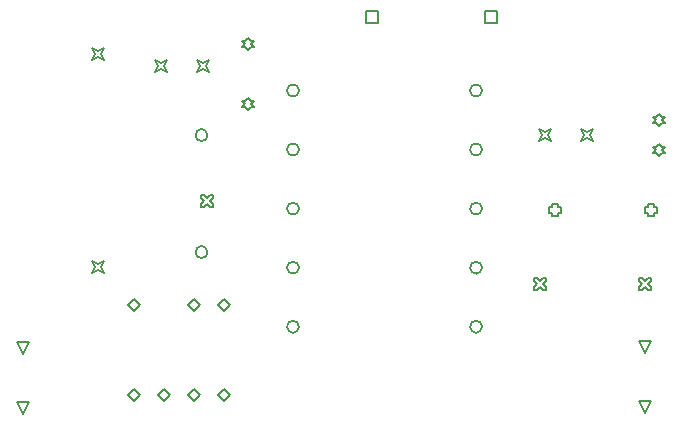
<source format=gbr>
%TF.GenerationSoftware,Altium Limited,Altium Designer,23.2.1 (34)*%
G04 Layer_Color=2752767*
%FSLAX45Y45*%
%MOMM*%
%TF.SameCoordinates,D98782AB-18DC-49D6-9FB6-03BAABF1E9A2*%
%TF.FilePolarity,Positive*%
%TF.FileFunction,Drawing*%
%TF.Part,Single*%
G01*
G75*
%TA.AperFunction,NonConductor*%
%ADD78C,0.12700*%
%ADD79C,0.16933*%
D78*
X4864100Y1981200D02*
Y1955800D01*
X4914900D01*
Y1981200D01*
X4940300D01*
Y2032000D01*
X4914900D01*
Y2057400D01*
X4864100D01*
Y2032000D01*
X4838700D01*
Y1981200D01*
X4864100D01*
X5676900D02*
Y1955800D01*
X5727700D01*
Y1981200D01*
X5753100D01*
Y2032000D01*
X5727700D01*
Y2057400D01*
X5676900D01*
Y2032000D01*
X5651500D01*
Y1981200D01*
X5676900D01*
X3289300Y3594100D02*
Y3695700D01*
X3390900D01*
Y3594100D01*
X3289300D01*
X4289300D02*
Y3695700D01*
X4390900D01*
Y3594100D01*
X4289300D01*
X4711700Y1333500D02*
X4737100D01*
X4762500Y1358900D01*
X4787900Y1333500D01*
X4813300D01*
Y1358900D01*
X4787900Y1384300D01*
X4813300Y1409700D01*
Y1435100D01*
X4787900D01*
X4762500Y1409700D01*
X4737100Y1435100D01*
X4711700D01*
Y1409700D01*
X4737100Y1384300D01*
X4711700Y1358900D01*
Y1333500D01*
X5600700D02*
X5626100D01*
X5651500Y1358900D01*
X5676900Y1333500D01*
X5702300D01*
Y1358900D01*
X5676900Y1384300D01*
X5702300Y1409700D01*
Y1435100D01*
X5676900D01*
X5651500Y1409700D01*
X5626100Y1435100D01*
X5600700D01*
Y1409700D01*
X5626100Y1384300D01*
X5600700Y1358900D01*
Y1333500D01*
X2286000Y3365500D02*
X2311400Y3390900D01*
X2336800D01*
X2311400Y3416300D01*
X2336800Y3441700D01*
X2311400D01*
X2286000Y3467100D01*
X2260600Y3441700D01*
X2235200D01*
X2260600Y3416300D01*
X2235200Y3390900D01*
X2260600D01*
X2286000Y3365500D01*
Y2857500D02*
X2311400Y2882900D01*
X2336800D01*
X2311400Y2908300D01*
X2336800Y2933700D01*
X2311400D01*
X2286000Y2959100D01*
X2260600Y2933700D01*
X2235200D01*
X2260600Y2908300D01*
X2235200Y2882900D01*
X2260600D01*
X2286000Y2857500D01*
X5651500Y292100D02*
X5600700Y393700D01*
X5702300D01*
X5651500Y292100D01*
Y800100D02*
X5600700Y901700D01*
X5702300D01*
X5651500Y800100D01*
X1270000Y1206500D02*
X1320800Y1257300D01*
X1371600Y1206500D01*
X1320800Y1155700D01*
X1270000Y1206500D01*
X1778000D02*
X1828800Y1257300D01*
X1879600Y1206500D01*
X1828800Y1155700D01*
X1778000Y1206500D01*
X2032000D02*
X2082800Y1257300D01*
X2133600Y1206500D01*
X2082800Y1155700D01*
X2032000Y1206500D01*
X1270000Y444500D02*
X1320800Y495300D01*
X1371600Y444500D01*
X1320800Y393700D01*
X1270000Y444500D01*
X1524000D02*
X1574800Y495300D01*
X1625600Y444500D01*
X1574800Y393700D01*
X1524000Y444500D01*
X1778000D02*
X1828800Y495300D01*
X1879600Y444500D01*
X1828800Y393700D01*
X1778000Y444500D01*
X2032000D02*
X2082800Y495300D01*
X2133600Y444500D01*
X2082800Y393700D01*
X2032000Y444500D01*
X381000Y279400D02*
X330200Y381000D01*
X431800D01*
X381000Y279400D01*
Y787400D02*
X330200Y889000D01*
X431800D01*
X381000Y787400D01*
X1501400Y3175000D02*
X1526800Y3225800D01*
X1501400Y3276600D01*
X1552200Y3251200D01*
X1603000Y3276600D01*
X1577600Y3225800D01*
X1603000Y3175000D01*
X1552200Y3200400D01*
X1501400Y3175000D01*
X1851400D02*
X1876800Y3225800D01*
X1851400Y3276600D01*
X1902200Y3251200D01*
X1953000Y3276600D01*
X1927600Y3225800D01*
X1953000Y3175000D01*
X1902200Y3200400D01*
X1851400Y3175000D01*
X965200Y3274900D02*
X990600Y3325700D01*
X965200Y3376500D01*
X1016000Y3351100D01*
X1066800Y3376500D01*
X1041400Y3325700D01*
X1066800Y3274900D01*
X1016000Y3300300D01*
X965200Y3274900D01*
Y1474900D02*
X990600Y1525700D01*
X965200Y1576500D01*
X1016000Y1551100D01*
X1066800Y1576500D01*
X1041400Y1525700D01*
X1066800Y1474900D01*
X1016000Y1500300D01*
X965200Y1474900D01*
X5765800Y2463800D02*
X5791200Y2489200D01*
X5816600D01*
X5791200Y2514600D01*
X5816600Y2540000D01*
X5791200D01*
X5765800Y2565400D01*
X5740400Y2540000D01*
X5715000D01*
X5740400Y2514600D01*
X5715000Y2489200D01*
X5740400D01*
X5765800Y2463800D01*
Y2717800D02*
X5791200Y2743200D01*
X5816600D01*
X5791200Y2768600D01*
X5816600Y2794000D01*
X5791200D01*
X5765800Y2819400D01*
X5740400Y2794000D01*
X5715000D01*
X5740400Y2768600D01*
X5715000Y2743200D01*
X5740400D01*
X5765800Y2717800D01*
X5102600Y2590800D02*
X5128000Y2641600D01*
X5102600Y2692400D01*
X5153400Y2667000D01*
X5204200Y2692400D01*
X5178800Y2641600D01*
X5204200Y2590800D01*
X5153400Y2616200D01*
X5102600Y2590800D01*
X4752600D02*
X4778000Y2641600D01*
X4752600Y2692400D01*
X4803400Y2667000D01*
X4854200Y2692400D01*
X4828800Y2641600D01*
X4854200Y2590800D01*
X4803400Y2616200D01*
X4752600Y2590800D01*
X1892300Y2032000D02*
X1917700D01*
X1943100Y2057400D01*
X1968500Y2032000D01*
X1993900D01*
Y2057400D01*
X1968500Y2082800D01*
X1993900Y2108200D01*
Y2133600D01*
X1968500D01*
X1943100Y2108200D01*
X1917700Y2133600D01*
X1892300D01*
Y2108200D01*
X1917700Y2082800D01*
X1892300Y2057400D01*
Y2032000D01*
D79*
X4267800Y3019300D02*
G03*
X4267800Y3019300I-50800J0D01*
G01*
Y2519300D02*
G03*
X4267800Y2519300I-50800J0D01*
G01*
Y2019300D02*
G03*
X4267800Y2019300I-50800J0D01*
G01*
Y1519300D02*
G03*
X4267800Y1519300I-50800J0D01*
G01*
Y1019300D02*
G03*
X4267800Y1019300I-50800J0D01*
G01*
X2717800Y3019300D02*
G03*
X2717800Y3019300I-50800J0D01*
G01*
Y2519300D02*
G03*
X2717800Y2519300I-50800J0D01*
G01*
Y2019300D02*
G03*
X2717800Y2019300I-50800J0D01*
G01*
Y1519300D02*
G03*
X2717800Y1519300I-50800J0D01*
G01*
Y1019300D02*
G03*
X2717800Y1019300I-50800J0D01*
G01*
X1943100Y1651000D02*
G03*
X1943100Y1651000I-50800J0D01*
G01*
Y2641600D02*
G03*
X1943100Y2641600I-50800J0D01*
G01*
%TF.MD5,e8161c99755d04ecc1abbfba244710b3*%
M02*

</source>
